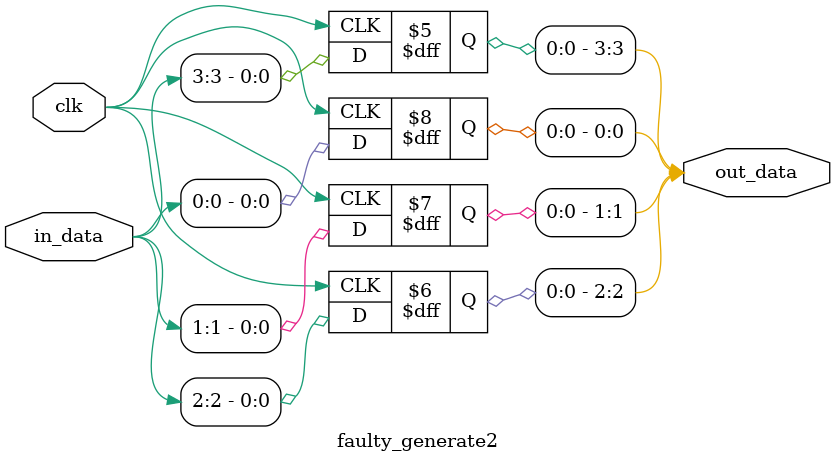
<source format=v>
module faulty_generate2 (
    input wire clk,
    input wire [3:0] in_data,
    output reg [3:0] out_data
);

    genvar i;

    generate
        for (i = 0; i < 4; i = i + 1) // Syntax Error: Missing `begin` for loop body
            always @(posedge clk) begin
                out_data[i] <= in_data[i];
            end
    endgenerate // Syntax Error: `always` cannot be inside `generate` like this

endmodule

</source>
